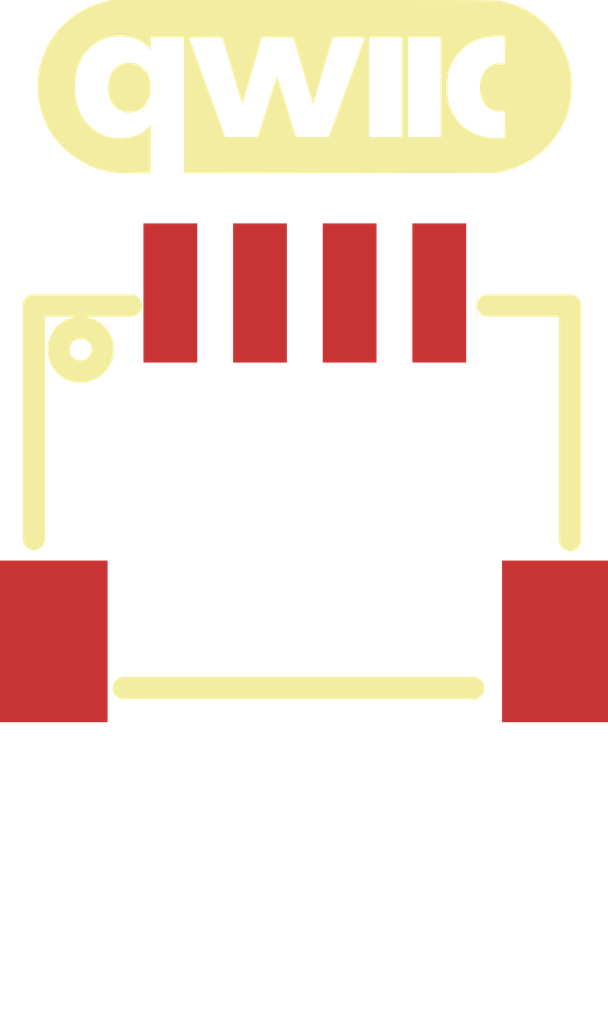
<source format=kicad_pcb>
(kicad_pcb (version 20241229) (generator "pcbnew") (generator_version "9.0")
  (layers (0 "F.Cu" signal) (2 "B.Cu" signal) (13 "F.Paste" user) (15 "B.Paste" user) (5 "F.SilkS" user "F.Silkscreen") (7 "B.SilkS" user "B.Silkscreen") (1 "F.Mask" user) (3 "B.Mask" user) (25 "Edge.Cuts" user))
  (net 0 "")
  (net 1 "hv")
  (net 2 "line-1")
  (net 3 "line")
  (net 4 "gnd")
  (footprint "JST_Sales_America_SM04B_SRSS_TB_LF__SN:CONN-SMD_4P-P1.00_SM04B-SRSS-TB-LF-SN" (layer "F.Cu") (at 0 0 0)
    (property "Reference" "CN1" (hide yes))
    (property "Value" "")
    (fp_line (start -3.02 -1.8) (end -3.02 0.8) (stroke (width 0.25)) (layer "F.SilkS"))
    (fp_line (start -2.02 2.46) (end 1.88 2.46) (stroke (width 0.25)) (layer "F.SilkS"))
    (fp_line (start -1.94 -1.8) (end -3.02 -1.8) (stroke (width 0.25)) (layer "F.SilkS"))
    (fp_line (start 2.04 -1.8) (end 2.96 -1.8) (stroke (width 0.25)) (layer "F.SilkS"))
    (fp_line (start 2.96 -1.8) (end 2.96 0.81) (stroke (width 0.25)) (layer "F.SilkS"))
    (fp_circle (center -2.5 -1.31) (end -2.38 -1.31) (stroke (width 0.25)) (fill no) (layer "F.SilkS"))
    (pad "1" smd rect (at -1.5 -1.94 0) (size 0.6 1.55) (layers "F.Cu" "F.Mask" "F.Paste") (net 4 "gnd"))
    (pad "2" smd rect (at -0.5 -1.94 0) (size 0.6 1.55) (layers "F.Cu" "F.Mask" "F.Paste") (net 1 "hv"))
    (pad "3" smd rect (at 0.5 -1.94 0) (size 0.6 1.55) (layers "F.Cu" "F.Mask" "F.Paste") (net 3 "line"))
    (pad "4" smd rect (at 1.5 -1.94 0) (size 0.6 1.55) (layers "F.Cu" "F.Mask" "F.Paste") (net 2 "line-1"))
    (pad "5" smd rect (at 2.8 1.94 0) (size 1.2 1.8) (layers "F.Cu" "F.Mask" "F.Paste") (net 4 "gnd"))
    (pad "6" smd rect (at -2.8 1.94 0) (size 1.2 1.8) (layers "F.Cu" "F.Mask" "F.Paste") (net 4 "gnd"))
  )
  (footprint "Sparkfun_QWIIC_Logo:qwiic_6mm" (layer "F.Cu") (at 0 -4.25 0)
    (property "Reference" "U1" (hide yes))
    (property "Value" "" (hide yes))
    (fp_poly (pts (xy -1.902806 -0.248875) (xy -1.856762 -0.233731) (xy -1.815003 -0.206919) (xy -1.804092 -0.197588) (xy -1.766771 -0.156406) (xy -1.74039 -0.109139) (xy -1.72445 -0.054339) (xy -1.718451 0.009444) (xy -1.719201 0.048743) (xy -1.721578 0.083431) (xy -1.725379 0.109249) (xy -1.732046 0.131823) (xy -1.74302 0.156775) (xy -1.75094 0.172625) (xy -1.782016 0.22198) (xy -1.819124 0.258683) (xy -1.863745 0.283718) (xy -1.917361 0.298064) (xy -1.945137 0.30132) (xy -1.975076 0.301103) (xy -2.005924 0.297071) (xy -2.01512 0.294878) (xy -2.070517 0.272512) (xy -2.116026 0.239656) (xy -2.151421 0.196623) (xy -2.176477 0.143725) (xy -2.190967 0.081275) (xy -2.194166 0.04683) (xy -2.193058 -0.022883) (xy -2.181619 -0.083244) (xy -2.159409 -0.135494) (xy -2.125991 -0.180873) (xy -2.107235 -0.199333) (xy -2.066209 -0.228872) (xy -2.020834 -0.246551) (xy -1.968094 -0.253454) (xy -1.956634 -0.253638)) (fill yes) (layer "F.SilkS"))
    (fp_poly (pts (xy 0.206135 -0.952951) (xy 0.401898 -0.952942) (xy 0.584163 -0.952924) (xy 0.753426 -0.952894) (xy 0.910186 -0.952847) (xy 1.054939 -0.952783) (xy 1.188184 -0.952696) (xy 1.310418 -0.952585) (xy 1.422138 -0.952447) (xy 1.523842 -0.952277) (xy 1.616028 -0.952074) (xy 1.699192 -0.951833) (xy 1.773833 -0.951553) (xy 1.840448 -0.95123) (xy 1.899534 -0.950861) (xy 1.951589 -0.950443) (xy 1.99711 -0.949973) (xy 2.036595 -0.949448) (xy 2.070542 -0.948864) (xy 2.099447 -0.948219) (xy 2.123809 -0.94751) (xy 2.144124 -0.946734) (xy 2.160891 -0.945887) (xy 2.174607 -0.944967) (xy 2.185769 -0.94397) (xy 2.194875 -0.942894) (xy 2.202422 -0.941736) (xy 2.208908 -0.940492) (xy 2.213894 -0.93938) (xy 2.33165 -0.904853) (xy 2.441749 -0.858406) (xy 2.543627 -0.800468) (xy 2.636722 -0.731471) (xy 2.720471 -0.651846) (xy 2.794312 -0.562024) (xy 2.857681 -0.462435) (xy 2.872101 -0.43552) (xy 2.917389 -0.335673) (xy 2.949676 -0.235611) (xy 2.969665 -0.132404) (xy 2.97806 -0.023125) (xy 2.97843 0.006919) (xy 2.971927 0.12736) (xy 2.952332 0.241641) (xy 2.919515 0.350081) (xy 2.873348 0.453004) (xy 2.813702 0.550729) (xy 2.740448 0.643579) (xy 2.709151 0.67751) (xy 2.627244 0.754579) (xy 2.54077 0.819425) (xy 2.44798 0.873018) (xy 2.347125 0.916333) (xy 2.236455 0.950342) (xy 2.204466 0.9581) (xy 2.134179 0.974264) (xy 0.393138 0.976435) (xy -1.347903 0.978605) (xy -1.347903 0.221171) (xy -1.347903 -0.532639) (xy -1.288524 -0.532639) (xy -1.088128 0.019804) (xy -0.887732 0.572247) (xy -0.706079 0.572372) (xy -0.524425 0.572496) (xy -0.420546 0.237332) (xy -0.399752 0.170443) (xy -0.380151 0.107775) (xy -0.362177 0.050692) (xy -0.346266 0.000556) (xy -0.332851 -0.041271) (xy -0.322367 -0.073425) (xy -0.315249 -0.094545) (xy -0.311932 -0.103268) (xy -0.311855 -0.103376) (xy -0.308853 -0.097778) (xy -0.302073 -0.079605) (xy -0.291939 -0.050152) (xy -0.278875 -0.010717) (xy -0.263303 0.037405) (xy -0.245647 0.092917) (xy -0.226329 0.154523) (xy -0.205774 0.220927) (xy -0.202438 0.231779) (xy -0.097832 0.572479) (xy 0.083382 0.572488) (xy 0.264596 0.572496) (xy 0.46565 0.0228) (xy 0.49683 -0.062505) (xy 0.52653 -0.143871) (xy 0.554378 -0.220273) (xy 0.580003 -0.290686) (xy 0.603033 -0.354085) (xy 0.623096 -0.409446) (xy 0.639819 -0.455742) (xy 0.652833 -0.491949) (xy 0.661764 -0.517041) (xy 0.666241 -0.529994) (xy 0.666704 -0.531579) (xy 0.659786 -0.532877) (xy 0.640341 -0.534036) (xy 0.610339 -0.535005) (xy 0.571746 -0.535732) (xy 0.526531 -0.536164) (xy 0.49053 -0.536263) (xy 0.717432 -0.536263) (xy 0.717432 0.018117) (xy 0.717432 0.572496) (xy 0.898602 0.572496) (xy 1.079771 0.572496) (xy 1.079771 0.018117) (xy 1.079771 -0.536263) (xy 1.152239 -0.536263) (xy 1.152239 0.018117) (xy 1.152239 0.572496) (xy 1.333409 0.572496) (xy 1.514579 0.572496) (xy 1.514579 0.02174) (xy 1.59069 0.02174) (xy 1.591393 0.079784) (xy 1.593983 0.127015) (xy 1.599217 0.167066) (xy 1.607853 0.203574) (xy 1.620646 0.240174) (xy 1.638355 0.280502) (xy 1.649278 0.30318) (xy 1.691844 0.373782) (xy 1.745409 0.435117) (xy 1.809278 0.48648) (xy 1.859096 0.515793) (xy 1.925752 0.54639) (xy 1.989246 0.567294) (xy 2.054356 0.579597) (xy 2.125861 0.584389) (xy 2.159543 0.584416) (xy 2.228388 0.583367) (xy 2.230347 0.437513) (xy 2.232306 0.291659) (xy 2.168243 0.288596) (xy 2.116448 0.282435) (xy 2.074766 0.268642) (xy 2.040293 0.24596) (xy 2.018593 0.22376) (xy 1.987826 0.177273) (xy 1.966467 0.123934) (xy 1.954438 0.066362) (xy 1.951658 0.007178) (xy 1.958047 -0.050999) (xy 1.973525 -0.105548) (xy 1.998014 -0.15385) (xy 2.031288 -0.193154) (xy 2.066495 -0.220203) (xy 2.102597 -0.236867) (xy 2.14428 -0.244866) (xy 2.175995 -0.246232) (xy 2.232305 -0.246391) (xy 2.230346 -0.396762) (xy 2.228388 -0.547133) (xy 2.137803 -0.545968) (xy 2.065673 -0.542294) (xy 2.002321 -0.532535) (xy 1.942908 -0.515571) (xy 1.882595 -0.490284) (xy 1.869672 -0.483966) (xy 1.811431 -0.448388) (xy 1.755579 -0.402167) (xy 1.705703 -0.348839) (xy 1.665392 -0.291943) (xy 1.653952 -0.271345) (xy 1.631152 -0.223882) (xy 1.614334 -0.180614) (xy 1.602689 -0.137789) (xy 1.595407 -0.091655) (xy 1.591678 -0.038463) (xy 1.59069 0.02174) (xy 1.514579 0.02174) (xy 1.514579 0.018117) (xy 1.514579 -0.536263) (xy 1.333409 -0.536263) (xy 1.152239 -0.536263) (xy 1.079771 -0.536263) (xy 0.898602 -0.536263) (xy 0.717432 -0.536263) (xy 0.49053 -0.536263) (xy 0.314356 -0.536263) (xy 0.210543 -0.182981) (xy 0.190081 -0.113493) (xy 0.17063 -0.047704) (xy 0.152611 0.01297) (xy 0.136449 0.067118) (xy 0.122567 0.113326) (xy 0.111388 0.150181) (xy 0.103335 0.176269) (xy 0.098833 0.190179) (xy 0.098351 0.191487) (xy 0.096745 0.19511) (xy 0.095014 0.197192) (xy 0.0929 0.196919) (xy 0.090145 0.193474) (xy 0.086491 0.186044) (xy 0.081682 0.173813) (xy 0.075458 0.155966) (xy 0.067562 0.131689) (xy 0.057736 0.100165) (xy 0.045723 0.06058) (xy 0.031264 0.01212) (xy 0.014102 -0.046032) (xy -0.006022 -0.114689) (xy -0.029364 -0.194667) (xy -0.056184 -0.286781) (xy -0.086738 -0.391846) (xy -0.092907 -0.413067) (xy -0.127669 -0.532639) (xy -0.302501 -0.534579) (xy -0.477333 -0.536518) (xy -0.495397 -0.476604) (xy -0.501254 -0.456856) (xy -0.51059 -0.424967) (xy -0.522888 -0.382726) (xy -0.537628 -0.331925) (xy -0.55429 -0.274353) (xy -0.572357 -0.211801) (xy -0.591309 -0.146058) (xy -0.602061 -0.108702) (xy -0.620612 -0.044454) (xy -0.638054 0.015495) (xy -0.653959 0.069708) (xy -0.6679 0.116749) (xy -0.67945 0.155181) (xy -0.688179 0.183569) (xy -0.693662 0.200474) (xy -0.695348 0.204719) (xy -0.698222 0.199033) (xy -0.704746 0.180689) (xy -0.714529 0.150948) (xy -0.727177 0.111071) (xy -0.742297 0.062317) (xy -0.759496 0.005947) (xy -0.77838 -0.056779) (xy -0.798558 -0.1246) (xy -0.807603 -0.155248) (xy -0.828298 -0.225388) (xy -0.847869 -0.291404) (xy -0.865917 -0.351973) (xy -0.882042 -0.405773) (xy -0.895848 -0.451483) (xy -0.906936 -0.487781) (xy -0.914907 -0.513343) (xy -0.919364 -0.526849) (xy -0.920075 -0.528582) (xy -0.927808 -0.531295) (xy -0.947562 -0.533253) (xy -0.979904 -0.534476) (xy -1.025402 -0.534981) (xy -1.084627 -0.534787) (xy -1.106751 -0.534578) (xy -1.288524 -0.532639) (xy -1.347903 -0.532639) (xy -1.347903 -0.536263) (xy -1.532696 -0.536263) (xy -1.71749 -0.536263) (xy -1.71749 -0.465854) (xy -1.71749 -0.395445) (xy -1.755535 -0.432534) (xy -1.81209 -0.479331) (xy -1.874773 -0.514503) (xy -1.913153 -0.529721) (xy -1.950489 -0.538885) (xy -1.997523 -0.544745) (xy -2.049828 -0.547238) (xy -2.102976 -0.546303) (xy -2.152538 -0.54188) (xy -2.194088 -0.533906) (xy -2.19515 -0.533616) (xy -2.274067 -0.50455) (xy -2.345181 -0.463428) (xy -2.407804 -0.410819) (xy -2.46125 -0.347296) (xy -2.502075 -0.279001) (xy -2.529325 -0.211845) (xy -2.549107 -0.135815) (xy -2.56081 -0.054808) (xy -2.563822 0.027281) (xy -2.559826 0.088839) (xy -2.551967 0.147097) (xy -2.542201 0.195841) (xy -2.529136 0.240038) (xy -2.511382 0.284657) (xy -2.495391 0.318859) (xy -2.454431 0.387623) (xy -2.403451 0.448075) (xy -2.34426 0.49838) (xy -2.282739 0.534777) (xy -2.203727 0.565209) (xy -2.120632 0.582436) (xy -2.045423 0.58699) (xy -1.966008 0.58065) (xy -1.893247 0.561747) (xy -1.827605 0.530458) (xy -1.769544 0.486959) (xy -1.760408 0.478311) (xy -1.71749 0.436316) (xy -1.71749 0.707316) (xy -1.71749 0.978317) (xy -1.893224 0.977098) (xy -1.944022 0.976647) (xy -1.99153 0.976037) (xy -2.033322 0.975316) (xy -2.06697 0.974529) (xy -2.090047 0.973722) (xy -2.097946 0.973235) (xy -2.211945 0.955854) (xy -2.322136 0.925344) (xy -2.42742 0.882521) (xy -2.526699 0.828204) (xy -2.618875 0.763209) (xy -2.702848 0.688354) (xy -2.777521 0.604455) (xy -2.841794 0.512331) (xy -2.89457 0.412797) (xy -2.914216 0.365963) (xy -2.949754 0.256486) (xy -2.972671 0.14553) (xy -2.982642 0.035269) (xy -2.97938 -0.071762) (xy -2.96131 -0.192076) (xy -2.930542 -0.305439) (xy -2.886956 -0.412099) (xy -2.830435 -0.512304) (xy -2.760859 -0.606301) (xy -2.683006 -0.689646) (xy -2.594812 -0.765518) (xy -2.50038 -0.828811) (xy -2.398617 -0.880126) (xy -2.288427 -0.920068) (xy -2.241244 -0.933122) (xy -2.163167 -0.952953) (xy -0.003624 -0.952953)) (fill yes) (layer "F.SilkS"))
  )
)
</source>
